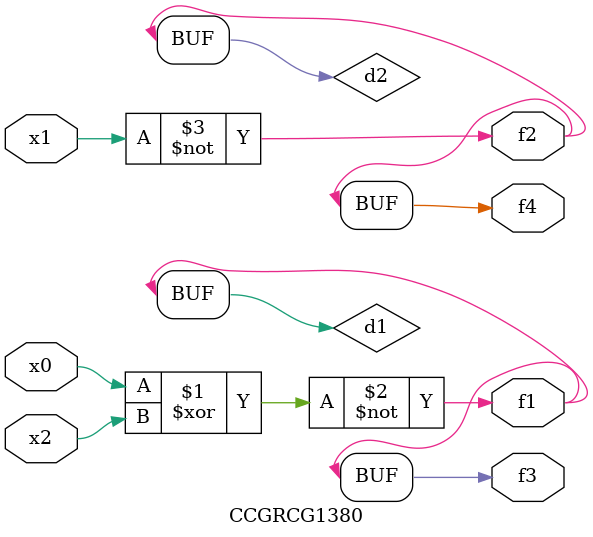
<source format=v>
module CCGRCG1380(
	input x0, x1, x2,
	output f1, f2, f3, f4
);

	wire d1, d2, d3;

	xnor (d1, x0, x2);
	nand (d2, x1);
	nor (d3, x1, x2);
	assign f1 = d1;
	assign f2 = d2;
	assign f3 = d1;
	assign f4 = d2;
endmodule

</source>
